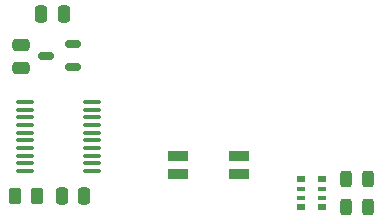
<source format=gbr>
%TF.GenerationSoftware,KiCad,Pcbnew,7.0.8*%
%TF.CreationDate,2024-02-06T14:03:30-06:00*%
%TF.ProjectId,Keeb,4b656562-2e6b-4696-9361-645f70636258,rev?*%
%TF.SameCoordinates,Original*%
%TF.FileFunction,Paste,Top*%
%TF.FilePolarity,Positive*%
%FSLAX46Y46*%
G04 Gerber Fmt 4.6, Leading zero omitted, Abs format (unit mm)*
G04 Created by KiCad (PCBNEW 7.0.8) date 2024-02-06 14:03:30*
%MOMM*%
%LPD*%
G01*
G04 APERTURE LIST*
G04 Aperture macros list*
%AMRoundRect*
0 Rectangle with rounded corners*
0 $1 Rounding radius*
0 $2 $3 $4 $5 $6 $7 $8 $9 X,Y pos of 4 corners*
0 Add a 4 corners polygon primitive as box body*
4,1,4,$2,$3,$4,$5,$6,$7,$8,$9,$2,$3,0*
0 Add four circle primitives for the rounded corners*
1,1,$1+$1,$2,$3*
1,1,$1+$1,$4,$5*
1,1,$1+$1,$6,$7*
1,1,$1+$1,$8,$9*
0 Add four rect primitives between the rounded corners*
20,1,$1+$1,$2,$3,$4,$5,0*
20,1,$1+$1,$4,$5,$6,$7,0*
20,1,$1+$1,$6,$7,$8,$9,0*
20,1,$1+$1,$8,$9,$2,$3,0*%
G04 Aperture macros list end*
%ADD10R,1.800000X0.820000*%
%ADD11RoundRect,0.150000X0.512500X0.150000X-0.512500X0.150000X-0.512500X-0.150000X0.512500X-0.150000X0*%
%ADD12RoundRect,0.100000X0.637500X0.100000X-0.637500X0.100000X-0.637500X-0.100000X0.637500X-0.100000X0*%
%ADD13R,0.800000X0.500000*%
%ADD14R,0.800000X0.400000*%
%ADD15RoundRect,0.250000X0.262500X0.450000X-0.262500X0.450000X-0.262500X-0.450000X0.262500X-0.450000X0*%
%ADD16RoundRect,0.243750X0.243750X0.456250X-0.243750X0.456250X-0.243750X-0.456250X0.243750X-0.456250X0*%
%ADD17RoundRect,0.250000X-0.250000X-0.475000X0.250000X-0.475000X0.250000X0.475000X-0.250000X0.475000X0*%
%ADD18RoundRect,0.250000X0.475000X-0.250000X0.475000X0.250000X-0.475000X0.250000X-0.475000X-0.250000X0*%
%ADD19RoundRect,0.250000X0.250000X0.475000X-0.250000X0.475000X-0.250000X-0.475000X0.250000X-0.475000X0*%
G04 APERTURE END LIST*
D10*
%TO.C,D5*%
X165000000Y-78065000D03*
X165000000Y-79600000D03*
X159900000Y-79600000D03*
X159900000Y-78065000D03*
%TD*%
D11*
%TO.C,U2*%
X151000000Y-70500000D03*
X151000000Y-68600000D03*
X148725000Y-69550000D03*
%TD*%
D12*
%TO.C,U1*%
X152612500Y-79325000D03*
X152612500Y-78675000D03*
X152612500Y-78025000D03*
X152612500Y-77375000D03*
X152612500Y-76725000D03*
X152612500Y-76075000D03*
X152612500Y-75425000D03*
X152612500Y-74775000D03*
X152612500Y-74125000D03*
X152612500Y-73475000D03*
X146887500Y-73475000D03*
X146887500Y-74125000D03*
X146887500Y-74775000D03*
X146887500Y-75425000D03*
X146887500Y-76075000D03*
X146887500Y-76725000D03*
X146887500Y-77375000D03*
X146887500Y-78025000D03*
X146887500Y-78675000D03*
X146887500Y-79325000D03*
%TD*%
D13*
%TO.C,RN2*%
X172062500Y-80000000D03*
D14*
X172062500Y-80800000D03*
X172062500Y-81600000D03*
D13*
X172062500Y-82400000D03*
X170262500Y-82400000D03*
D14*
X170262500Y-81600000D03*
X170262500Y-80800000D03*
D13*
X170262500Y-80000000D03*
%TD*%
D15*
%TO.C,R1*%
X147912500Y-81400000D03*
X146087500Y-81400000D03*
%TD*%
D16*
%TO.C,D3*%
X174062500Y-80000000D03*
X175937500Y-80000000D03*
%TD*%
%TO.C,D2*%
X174062500Y-82400000D03*
X175937500Y-82400000D03*
%TD*%
D17*
%TO.C,C3*%
X150050000Y-81400000D03*
X151950000Y-81400000D03*
%TD*%
D18*
%TO.C,C2*%
X146600000Y-70550000D03*
X146600000Y-68650000D03*
%TD*%
D19*
%TO.C,C1*%
X150200000Y-66000000D03*
X148300000Y-66000000D03*
%TD*%
M02*

</source>
